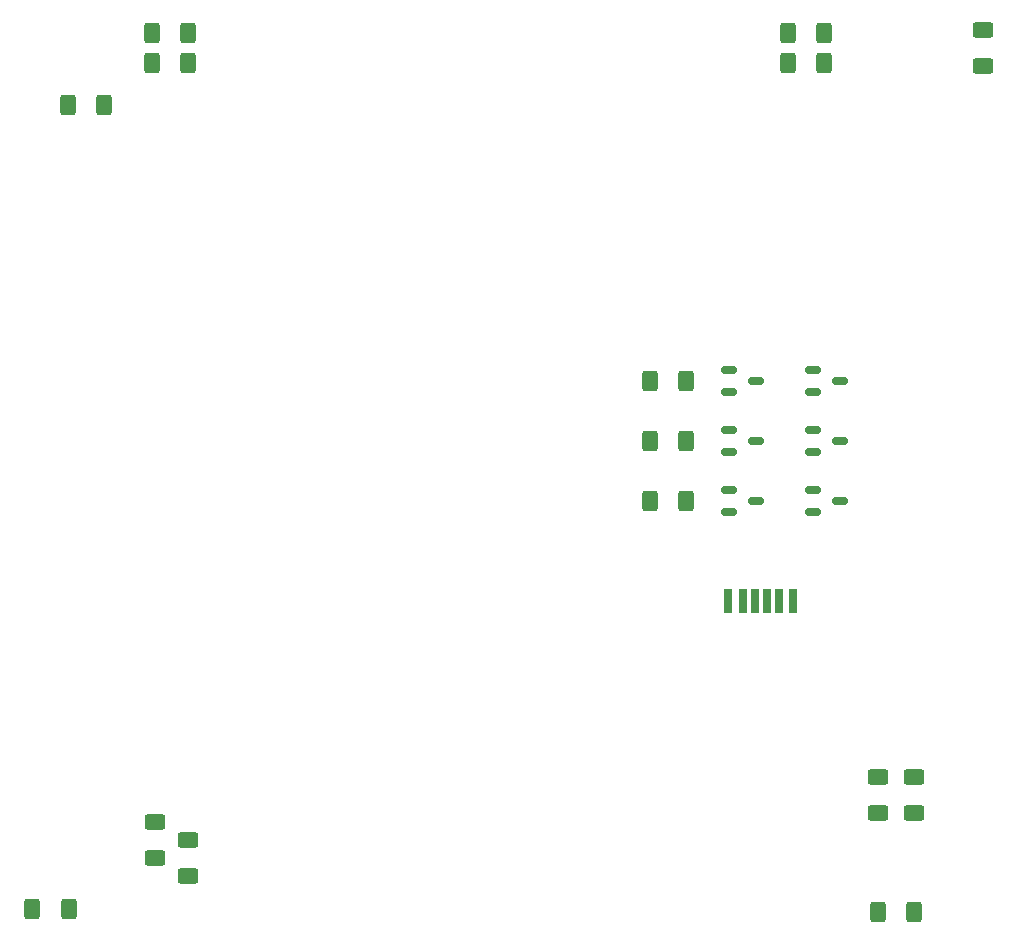
<source format=gbr>
%TF.GenerationSoftware,KiCad,Pcbnew,8.0.8*%
%TF.CreationDate,2025-06-01T20:52:10+02:00*%
%TF.ProjectId,DIYFAN_V1,44495946-414e-45f5-9631-2e6b69636164,rev?*%
%TF.SameCoordinates,Original*%
%TF.FileFunction,Paste,Top*%
%TF.FilePolarity,Positive*%
%FSLAX46Y46*%
G04 Gerber Fmt 4.6, Leading zero omitted, Abs format (unit mm)*
G04 Created by KiCad (PCBNEW 8.0.8) date 2025-06-01 20:52:10*
%MOMM*%
%LPD*%
G01*
G04 APERTURE LIST*
G04 Aperture macros list*
%AMRoundRect*
0 Rectangle with rounded corners*
0 $1 Rounding radius*
0 $2 $3 $4 $5 $6 $7 $8 $9 X,Y pos of 4 corners*
0 Add a 4 corners polygon primitive as box body*
4,1,4,$2,$3,$4,$5,$6,$7,$8,$9,$2,$3,0*
0 Add four circle primitives for the rounded corners*
1,1,$1+$1,$2,$3*
1,1,$1+$1,$4,$5*
1,1,$1+$1,$6,$7*
1,1,$1+$1,$8,$9*
0 Add four rect primitives between the rounded corners*
20,1,$1+$1,$2,$3,$4,$5,0*
20,1,$1+$1,$4,$5,$6,$7,0*
20,1,$1+$1,$6,$7,$8,$9,0*
20,1,$1+$1,$8,$9,$2,$3,0*%
G04 Aperture macros list end*
%ADD10RoundRect,0.250000X-0.400000X-0.625000X0.400000X-0.625000X0.400000X0.625000X-0.400000X0.625000X0*%
%ADD11R,0.700000X2.070000*%
%ADD12R,0.760000X2.070000*%
%ADD13R,0.800000X2.070000*%
%ADD14RoundRect,0.250000X0.400000X0.625000X-0.400000X0.625000X-0.400000X-0.625000X0.400000X-0.625000X0*%
%ADD15RoundRect,0.250000X0.625000X-0.400000X0.625000X0.400000X-0.625000X0.400000X-0.625000X-0.400000X0*%
%ADD16RoundRect,0.250000X-0.625000X0.400000X-0.625000X-0.400000X0.625000X-0.400000X0.625000X0.400000X0*%
%ADD17RoundRect,0.150000X-0.512500X-0.150000X0.512500X-0.150000X0.512500X0.150000X-0.512500X0.150000X0*%
G04 APERTURE END LIST*
D10*
%TO.C,R2*%
X90932000Y-125984000D03*
X94032000Y-125984000D03*
%TD*%
D11*
%TO.C,J1*%
X152154000Y-99913000D03*
D12*
X154174000Y-99913000D03*
D13*
X155404000Y-99913000D03*
D11*
X153154000Y-99913000D03*
D12*
X151134000Y-99913000D03*
D13*
X149904000Y-99913000D03*
%TD*%
D14*
%TO.C,R8*%
X104166000Y-51816000D03*
X101066000Y-51816000D03*
%TD*%
D10*
%TO.C,R11*%
X154914000Y-54356000D03*
X158014000Y-54356000D03*
%TD*%
%TO.C,R5*%
X143230000Y-81280000D03*
X146330000Y-81280000D03*
%TD*%
D15*
%TO.C,R10*%
X171450000Y-54636000D03*
X171450000Y-51536000D03*
%TD*%
D16*
%TO.C,R6*%
X104140000Y-120116000D03*
X104140000Y-123216000D03*
%TD*%
D17*
%TO.C,Q6*%
X157104500Y-80330000D03*
X157104500Y-82230000D03*
X159379500Y-81280000D03*
%TD*%
D10*
%TO.C,R1*%
X143230000Y-91440000D03*
X146330000Y-91440000D03*
%TD*%
D17*
%TO.C,Q1*%
X149992500Y-90490000D03*
X149992500Y-92390000D03*
X152267500Y-91440000D03*
%TD*%
D16*
%TO.C,R15*%
X162560000Y-114782000D03*
X162560000Y-117882000D03*
%TD*%
%TO.C,R13*%
X165608000Y-114782000D03*
X165608000Y-117882000D03*
%TD*%
D14*
%TO.C,R7*%
X97054000Y-57912000D03*
X93954000Y-57912000D03*
%TD*%
D17*
%TO.C,Q4*%
X157104500Y-85410000D03*
X157104500Y-87310000D03*
X159379500Y-86360000D03*
%TD*%
D10*
%TO.C,R12*%
X154914000Y-51816000D03*
X158014000Y-51816000D03*
%TD*%
D14*
%TO.C,R14*%
X165634000Y-126238000D03*
X162534000Y-126238000D03*
%TD*%
D16*
%TO.C,R4*%
X101346000Y-121692000D03*
X101346000Y-118592000D03*
%TD*%
D10*
%TO.C,R3*%
X143230000Y-86360000D03*
X146330000Y-86360000D03*
%TD*%
D17*
%TO.C,Q3*%
X149992500Y-85410000D03*
X149992500Y-87310000D03*
X152267500Y-86360000D03*
%TD*%
%TO.C,Q2*%
X157104500Y-90490000D03*
X157104500Y-92390000D03*
X159379500Y-91440000D03*
%TD*%
%TO.C,Q5*%
X149992500Y-80330000D03*
X149992500Y-82230000D03*
X152267500Y-81280000D03*
%TD*%
D14*
%TO.C,R9*%
X104166000Y-54356000D03*
X101066000Y-54356000D03*
%TD*%
M02*

</source>
